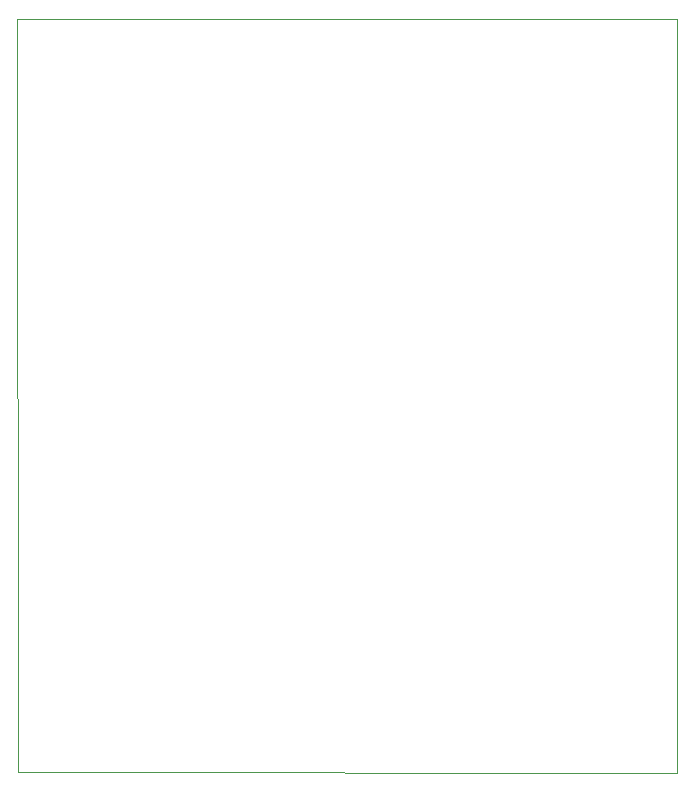
<source format=gbr>
%TF.GenerationSoftware,KiCad,Pcbnew,7.0.2*%
%TF.CreationDate,2023-05-21T11:23:20+02:00*%
%TF.ProjectId,sdrt41-tx,73647274-3431-42d7-9478-2e6b69636164,rev?*%
%TF.SameCoordinates,Original*%
%TF.FileFunction,Profile,NP*%
%FSLAX46Y46*%
G04 Gerber Fmt 4.6, Leading zero omitted, Abs format (unit mm)*
G04 Created by KiCad (PCBNEW 7.0.2) date 2023-05-21 11:23:20*
%MOMM*%
%LPD*%
G01*
G04 APERTURE LIST*
%TA.AperFunction,Profile*%
%ADD10C,0.100000*%
%TD*%
G04 APERTURE END LIST*
D10*
X135839200Y-56261000D02*
X79959200Y-56261000D01*
X79959200Y-56261000D02*
X80000000Y-120000000D01*
X80000000Y-120000000D02*
X135850000Y-120050000D01*
X135850000Y-120050000D02*
X135839200Y-56261000D01*
M02*

</source>
